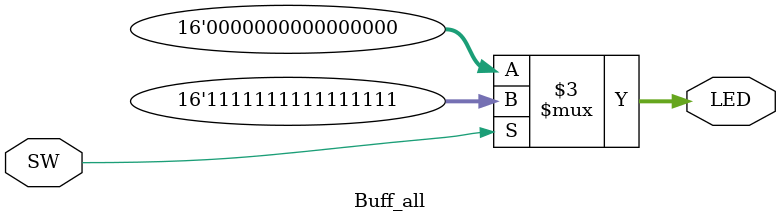
<source format=v>
`timescale 1ns / 1ps

// Author      : Venu Pabbuleti 
// ID          : N180116
//Branch       : ECE
//Project Name : IMPLIMENTATION OF DESIGN USING VERILOG ON NEXY 4 DDR FPGA BOARD
//Design  Name : BLINKING ALL LEDS USING ONE SWITCH
//Module  Name : Buff_all
//RGUKT NUZVID 
//////////////////////////////////////////////////////////////////////////////////


module Buff_all(SW,LED);

input SW;
output reg [15:0]LED;

always@(SW)
begin
    if(SW)
        LED = 16'b1111_1111_1111_1111;
    else
        LED = 16'b0;
end

endmodule

</source>
